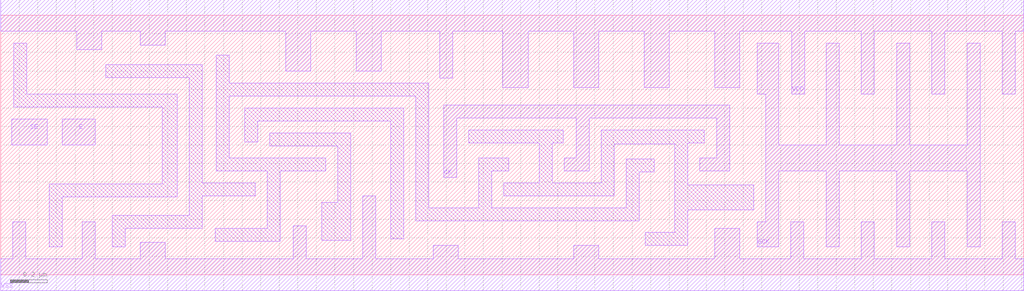
<source format=lef>
# 
# ******************************************************************************
# *                                                                            *
# *                   Copyright (C) 2004-2010, Nangate Inc.                    *
# *                           All rights reserved.                             *
# *                                                                            *
# * Nangate and the Nangate logo are trademarks of Nangate Inc.                *
# *                                                                            *
# * All trademarks, logos, software marks, and trade names (collectively the   *
# * "Marks") in this program are proprietary to Nangate or other respective    *
# * owners that have granted Nangate the right and license to use such Marks.  *
# * You are not permitted to use the Marks without the prior written consent   *
# * of Nangate or such third party that may own the Marks.                     *
# *                                                                            *
# * This file has been provided pursuant to a License Agreement containing     *
# * restrictions on its use. This file contains valuable trade secrets and     *
# * proprietary information of Nangate Inc., and is protected by U.S. and      *
# * international laws and/or treaties.                                        *
# *                                                                            *
# * The copyright notice(s) in this file does not indicate actual or intended  *
# * publication of this file.                                                  *
# *                                                                            *
# *     NGLibraryCreator, v2010.08-HR32-SP3-2010-08-05 - build 1009061800      *
# *                                                                            *
# ******************************************************************************
# 
# 
# Running on brazil06.nangate.com.br for user Giancarlo Franciscatto (gfr).
# Local time is now Fri, 3 Dec 2010, 19:32:18.
# Main process id is 27821.

VERSION 5.6 ;
BUSBITCHARS "[]" ;
DIVIDERCHAR "/" ;

MACRO CLKGATETST_X8
  CLASS core ;
  FOREIGN CLKGATETST_X8 0.0 0.0 ;
  ORIGIN 0 0 ;
  SYMMETRY X Y ;
  SITE FreePDK45_38x28_10R_NP_162NW_34O ;
  SIZE 5.51 BY 1.4 ;
  PIN CK
    DIRECTION INPUT ;
    ANTENNAPARTIALMETALAREA 0.18095 LAYER metal1 ;
    ANTENNAPARTIALMETALSIDEAREA 0.6903 LAYER metal1 ;
    ANTENNAGATEAREA 0.23525 ;
    PORT
      LAYER metal1 ;
        POLYGON 2.385 0.525 2.455 0.525 2.455 0.845 3.1 0.845 3.1 0.63 3.035 0.63 3.035 0.56 3.17 0.56 3.17 0.845 3.855 0.845 3.855 0.63 3.765 0.63 3.765 0.56 3.925 0.56 3.925 0.915 2.385 0.915  ;
    END
  END CK
  PIN E
    DIRECTION INPUT ;
    ANTENNAPARTIALMETALAREA 0.0252 LAYER metal1 ;
    ANTENNAPARTIALMETALSIDEAREA 0.0832 LAYER metal1 ;
    ANTENNAGATEAREA 0.02625 ;
    PORT
      LAYER metal1 ;
        POLYGON 0.33 0.7 0.51 0.7 0.51 0.84 0.33 0.84  ;
    END
  END E
  PIN SE
    DIRECTION INPUT ;
    ANTENNAPARTIALMETALAREA 0.0266 LAYER metal1 ;
    ANTENNAPARTIALMETALSIDEAREA 0.0858 LAYER metal1 ;
    ANTENNAGATEAREA 0.02625 ;
    PORT
      LAYER metal1 ;
        POLYGON 0.06 0.7 0.25 0.7 0.25 0.84 0.06 0.84  ;
    END
  END SE
  PIN GCK
    DIRECTION OUTPUT ;
    ANTENNAPARTIALMETALAREA 0.44895 LAYER metal1 ;
    ANTENNAPARTIALMETALSIDEAREA 1.3585 LAYER metal1 ;
    ANTENNADIFFAREA 0.462 ;
    PORT
      LAYER metal1 ;
        POLYGON 4.075 0.975 4.12 0.975 4.12 0.285 4.075 0.285 4.075 0.15 4.19 0.15 4.19 0.56 4.445 0.56 4.445 0.15 4.515 0.15 4.515 0.56 4.825 0.56 4.825 0.15 4.895 0.15 4.895 0.56 5.205 0.56 5.205 0.15 5.275 0.15 5.275 1.25 5.205 1.25 5.205 0.7 4.895 0.7 4.895 1.25 4.825 1.25 4.825 0.7 4.515 0.7 4.515 1.25 4.445 1.25 4.445 0.7 4.19 0.7 4.19 1.25 4.075 1.25  ;
    END
  END GCK
  PIN VDD
    DIRECTION INOUT ;
    USE power ;
    SHAPE ABUTMENT ;
    PORT
      LAYER metal1 ;
        POLYGON 0 1.315 0.41 1.315 0.41 1.215 0.545 1.215 0.545 1.315 0.75 1.315 0.75 1.24 0.885 1.24 0.885 1.315 1.535 1.315 1.535 1.1 1.67 1.1 1.67 1.315 1.915 1.315 1.915 1.1 2.05 1.1 2.05 1.315 2.365 1.315 2.365 1.06 2.435 1.06 2.435 1.315 2.705 1.315 2.705 1.01 2.84 1.01 2.84 1.315 3.085 1.315 3.085 1.01 3.22 1.01 3.22 1.315 3.465 1.315 3.465 1.01 3.6 1.01 3.6 1.315 3.845 1.315 3.845 1.01 3.98 1.01 3.98 1.315 4.055 1.315 4.26 1.315 4.26 0.975 4.33 0.975 4.33 1.315 4.635 1.315 4.635 0.975 4.705 0.975 4.705 1.315 5.015 1.315 5.015 0.975 5.085 0.975 5.085 1.315 5.395 1.315 5.395 0.975 5.465 0.975 5.465 1.315 5.51 1.315 5.51 1.485 4.055 1.485 0 1.485  ;
    END
  END VDD
  PIN VSS
    DIRECTION INOUT ;
    USE ground ;
    SHAPE ABUTMENT ;
    PORT
      LAYER metal1 ;
        POLYGON 0 -0.085 5.51 -0.085 5.51 0.085 5.465 0.085 5.465 0.285 5.395 0.285 5.395 0.085 5.085 0.085 5.085 0.285 5.015 0.285 5.015 0.085 4.705 0.085 4.705 0.285 4.635 0.285 4.635 0.085 4.325 0.085 4.325 0.285 4.255 0.285 4.255 0.085 3.98 0.085 3.98 0.25 3.845 0.25 3.845 0.085 3.22 0.085 3.22 0.16 3.085 0.16 3.085 0.085 2.465 0.085 2.465 0.16 2.33 0.16 2.33 0.085 2.02 0.085 2.02 0.425 1.95 0.425 1.95 0.085 1.645 0.085 1.645 0.265 1.575 0.265 1.575 0.085 0.885 0.085 0.885 0.175 0.75 0.175 0.75 0.085 0.51 0.085 0.51 0.285 0.44 0.285 0.44 0.085 0.135 0.085 0.135 0.285 0.065 0.285 0.065 0.085 0 0.085  ;
    END
  END VSS
  OBS
      LAYER metal1 ;
        POLYGON 0.07 0.905 0.87 0.905 0.87 0.49 0.26 0.49 0.26 0.15 0.33 0.15 0.33 0.42 0.95 0.42 0.95 0.975 0.14 0.975 0.14 1.25 0.07 1.25  ;
        POLYGON 0.565 1.065 1.015 1.065 1.015 0.32 0.6 0.32 0.6 0.15 0.67 0.15 0.67 0.25 1.085 0.25 1.085 0.425 1.37 0.425 1.37 0.495 1.085 0.495 1.085 1.135 0.565 1.135  ;
        POLYGON 1.45 0.695 1.815 0.695 1.815 0.39 1.73 0.39 1.73 0.185 1.885 0.185 1.885 0.765 1.45 0.765  ;
        POLYGON 1.315 0.715 1.385 0.715 1.385 0.83 2.1 0.83 2.1 0.195 2.17 0.195 2.17 0.9 1.315 0.9  ;
        POLYGON 1.23 0.965 2.235 0.965 2.235 0.29 3.44 0.29 3.44 0.555 3.52 0.555 3.52 0.625 3.37 0.625 3.37 0.36 2.645 0.36 2.645 0.56 2.735 0.56 2.735 0.63 2.575 0.63 2.575 0.36 2.305 0.36 2.305 1.035 1.23 1.035 1.23 1.185 1.16 1.185 1.16 0.56 1.435 0.56 1.435 0.25 1.155 0.25 1.155 0.18 1.505 0.18 1.505 0.56 1.75 0.56 1.75 0.63 1.23 0.63  ;
        POLYGON 2.52 0.71 2.9 0.71 2.9 0.495 2.71 0.495 2.71 0.425 3.305 0.425 3.305 0.705 3.63 0.705 3.63 0.23 3.47 0.23 3.47 0.16 3.7 0.16 3.7 0.35 4.055 0.35 4.055 0.485 3.7 0.485 3.7 0.71 3.79 0.71 3.79 0.78 3.235 0.78 3.235 0.495 2.97 0.495 2.97 0.71 3.03 0.71 3.03 0.78 2.52 0.78  ;
  END
END CLKGATETST_X8

END LIBRARY
#
# End of file
#

</source>
